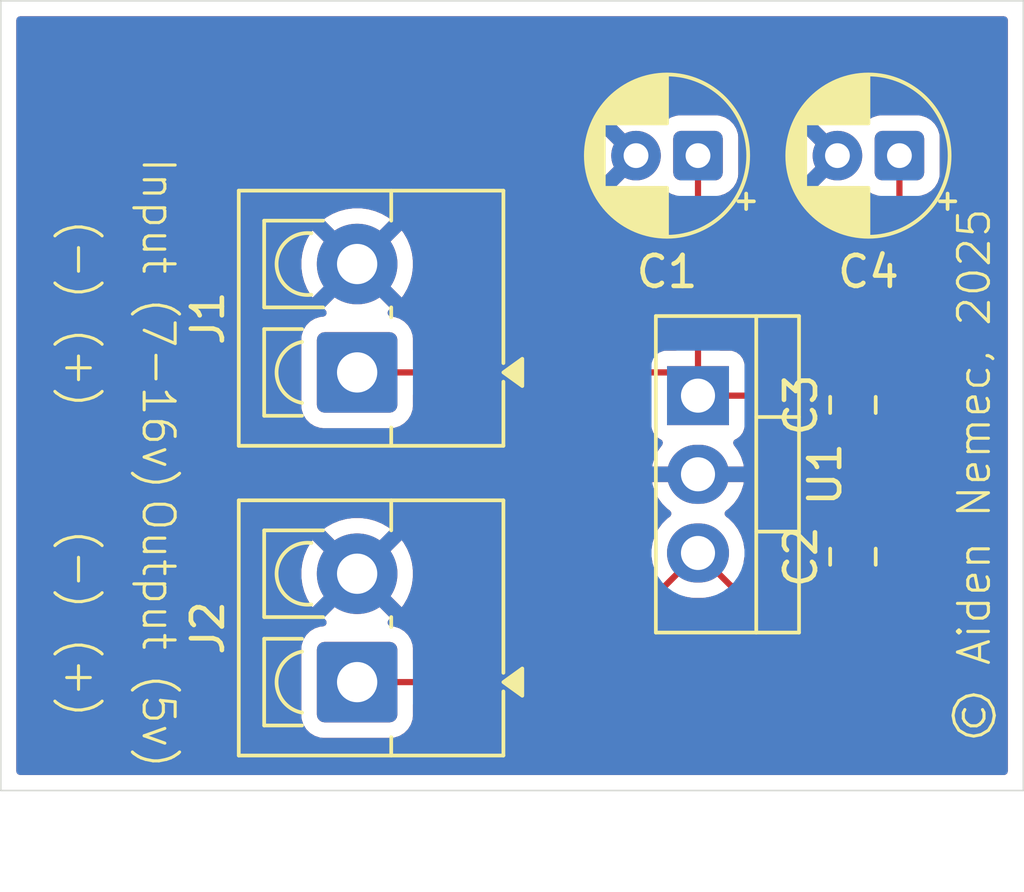
<source format=kicad_pcb>
(kicad_pcb (version 20241229) (generator "pcbnew") (generator_version "9.0")
  (layers (0 "F.Cu" signal) (2 "B.Cu" signal) (13 "F.Paste" user) (15 "B.Paste" user) (5 "F.SilkS" user "F.Silkscreen") (7 "B.SilkS" user "B.Silkscreen") (1 "F.Mask" user) (3 "B.Mask" user) (25 "Edge.Cuts" user))
  (net 0 "")
  (net 1 "GND")
  (net 2 "+12V")
  (net 3 "+5V")
  (footprint "Capacitor_SMD:C_0805_2012Metric" (layer "F.Cu") (at 40 58.95 90)
    (property "Reference" "C2" (at 0 -1.68 90) (layer "F.SilkS"))
    (property "Value" ".1 uF")
    (fp_line (start -0.261252 -0.735) (end 0.261252 -0.735) (stroke (width 0.12)) (layer "F.SilkS"))
    (fp_line (start -0.261252 0.735) (end 0.261252 0.735) (stroke (width 0.12)) (layer "F.SilkS"))
    (pad "1" smd roundrect (at -0.95 0 90) (size 1 1.45) (layers "F.Cu" "F.Mask" "F.Paste") (net 3 "+5V"))
    (pad "2" smd roundrect (at 0.95 0 90) (size 1 1.45) (layers "F.Cu" "F.Mask" "F.Paste") (net 1 "GND"))
  )
  (footprint "Capacitor_THT:CP_Radial_D5.0mm_P2.00mm" (layer "F.Cu") (at 41.5 46 180)
    (property "Reference" "C4" (at 1 -3.75 0) (layer "F.SilkS"))
    (property "Value" "47 uF")
    (fp_line (start 3.6 -0.283) (end 3.6 0.283) (stroke (width 0.12)) (layer "F.SilkS"))
    (fp_line (start 3.56 -0.517) (end 3.56 0.517) (stroke (width 0.12)) (layer "F.SilkS"))
    (fp_line (start 3.52 -0.677) (end 3.52 0.677) (stroke (width 0.12)) (layer "F.SilkS"))
    (fp_line (start 3.48 -0.805) (end 3.48 0.805) (stroke (width 0.12)) (layer "F.SilkS"))
    (fp_line (start 3.44 -0.914) (end 3.44 0.914) (stroke (width 0.12)) (layer "F.SilkS"))
    (fp_line (start 3.4 -1.011) (end 3.4 1.011) (stroke (width 0.12)) (layer "F.SilkS"))
    (fp_line (start 3.36 -1.098) (end 3.36 1.098) (stroke (width 0.12)) (layer "F.SilkS"))
    (fp_line (start 3.32 -1.177) (end 3.32 1.177) (stroke (width 0.12)) (layer "F.SilkS"))
    (fp_line (start 3.28 -1.251) (end 3.28 1.251) (stroke (width 0.12)) (layer "F.SilkS"))
    (fp_line (start 3.24 -1.319) (end 3.24 1.319) (stroke (width 0.12)) (layer "F.SilkS"))
    (fp_line (start 3.2 -1.383) (end 3.2 1.383) (stroke (width 0.12)) (layer "F.SilkS"))
    (fp_line (start 3.16 -1.443) (end 3.16 1.443) (stroke (width 0.12)) (layer "F.SilkS"))
    (fp_line (start 3.12 -1.499) (end 3.12 1.499) (stroke (width 0.12)) (layer "F.SilkS"))
    (fp_line (start 3.08 -1.553) (end 3.08 1.553) (stroke (width 0.12)) (layer "F.SilkS"))
    (fp_line (start 3.04 -1.604) (end 3.04 1.604) (stroke (width 0.12)) (layer "F.SilkS"))
    (fp_line (start 3 1.04) (end 3 1.652) (stroke (width 0.12)) (layer "F.SilkS"))
    (fp_line (start 3 -1.652) (end 3 -1.04) (stroke (width 0.12)) (layer "F.SilkS"))
    (fp_line (start 2.96 1.04) (end 2.96 1.699) (stroke (width 0.12)) (layer "F.SilkS"))
    (fp_line (start 2.96 -1.699) (end 2.96 -1.04) (stroke (width 0.12)) (layer "F.SilkS"))
    (fp_line (start 2.92 1.04) (end 2.92 1.743) (stroke (width 0.12)) (layer "F.SilkS"))
    (fp_line (start 2.92 -1.743) (end 2.92 -1.04) (stroke (width 0.12)) (layer "F.SilkS"))
    (fp_line (start 2.88 1.04) (end 2.88 1.785) (stroke (width 0.12)) (layer "F.SilkS"))
    (fp_line (start 2.88 -1.785) (end 2.88 -1.04) (stroke (width 0.12)) (layer "F.SilkS"))
    (fp_line (start 2.84 1.04) (end 2.84 1.825) (stroke (width 0.12)) (layer "F.SilkS"))
    (fp_line (start 2.84 -1.825) (end 2.84 -1.04) (stroke (width 0.12)) (layer "F.SilkS"))
    (fp_line (start 2.8 1.04) (end 2.8 1.864) (stroke (width 0.12)) (layer "F.SilkS"))
    (fp_line (start 2.8 -1.864) (end 2.8 -1.04) (stroke (width 0.12)) (layer "F.SilkS"))
    (fp_line (start 2.76 1.04) (end 2.76 1.901) (stroke (width 0.12)) (layer "F.SilkS"))
    (fp_line (start 2.76 -1.901) (end 2.76 -1.04) (stroke (width 0.12)) (layer "F.SilkS"))
    (fp_line (start 2.72 1.04) (end 2.72 1.936) (stroke (width 0.12)) (layer "F.SilkS"))
    (fp_line (start 2.72 -1.936) (end 2.72 -1.04) (stroke (width 0.12)) (layer "F.SilkS"))
    (fp_line (start 2.68 1.04) (end 2.68 1.97) (stroke (width 0.12)) (layer "F.SilkS"))
    (fp_line (start 2.68 -1.97) (end 2.68 -1.04) (stroke (width 0.12)) (layer "F.SilkS"))
    (fp_line (start 2.64 1.04) (end 2.64 2.003) (stroke (width 0.12)) (layer "F.SilkS"))
    (fp_line (start 2.64 -2.003) (end 2.64 -1.04) (stroke (width 0.12)) (layer "F.SilkS"))
    (fp_line (start 2.6 1.04) (end 2.6 2.035) (stroke (width 0.12)) (layer "F.SilkS"))
    (fp_line (start 2.6 -2.035) (end 2.6 -1.04) (stroke (width 0.12)) (layer "F.SilkS"))
    (fp_line (start 2.56 1.04) (end 2.56 2.065) (stroke (width 0.12)) (layer "F.SilkS"))
    (fp_line (start 2.56 -2.065) (end 2.56 -1.04) (stroke (width 0.12)) (layer "F.SilkS"))
    (fp_line (start 2.52 1.04) (end 2.52 2.094) (stroke (width 0.12)) (layer "F.SilkS"))
    (fp_line (start 2.52 -2.094) (end 2.52 -1.04) (stroke (width 0.12)) (layer "F.SilkS"))
    (fp_line (start 2.48 1.04) (end 2.48 2.122) (stroke (width 0.12)) (layer "F.SilkS"))
    (fp_line (start 2.48 -2.122) (end 2.48 -1.04) (stroke (width 0.12)) (layer "F.SilkS"))
    (fp_line (start 2.44 1.04) (end 2.44 2.149) (stroke (width 0.12)) (layer "F.SilkS"))
    (fp_line (start 2.44 -2.149) (end 2.44 -1.04) (stroke (width 0.12)) (layer "F.SilkS"))
    (fp_line (start 2.4 1.04) (end 2.4 2.175) (stroke (width 0.12)) (layer "F.SilkS"))
    (fp_line (start 2.4 -2.175) (end 2.4 -1.04) (stroke (width 0.12)) (layer "F.SilkS"))
    (fp_line (start 2.36 1.04) (end 2.36 2.199) (stroke (width 0.12)) (layer "F.SilkS"))
    (fp_line (start 2.36 -2.199) (end 2.36 -1.04) (stroke (width 0.12)) (layer "F.SilkS"))
    (fp_line (start 2.32 1.04) (end 2.32 2.223) (stroke (width 0.12)) (layer "F.SilkS"))
    (fp_line (start 2.32 -2.223) (end 2.32 -1.04) (stroke (width 0.12)) (layer "F.SilkS"))
    (fp_line (start 2.28 1.04) (end 2.28 2.246) (stroke (width 0.12)) (layer "F.SilkS"))
    (fp_line (start 2.28 -2.246) (end 2.28 -1.04) (stroke (width 0.12)) (layer "F.SilkS"))
    (fp_line (start 2.24 1.04) (end 2.24 2.268) (stroke (width 0.12)) (layer "F.SilkS"))
    (fp_line (start 2.24 -2.268) (end 2.24 -1.04) (stroke (width 0.12)) (layer "F.SilkS"))
    (fp_line (start 2.2 1.04) (end 2.2 2.289) (stroke (width 0.12)) (layer "F.SilkS"))
    (fp_line (start 2.2 -2.289) (end 2.2 -1.04) (stroke (width 0.12)) (layer "F.SilkS"))
    (fp_line (start 2.16 1.04) (end 2.16 2.309) (stroke (width 0.12)) (layer "F.SilkS"))
    (fp_line (start 2.16 -2.309) (end 2.16 -1.04) (stroke (width 0.12)) (layer "F.SilkS"))
    (fp_line (start 2.12 1.04) (end 2.12 2.329) (stroke (width 0.12)) (layer "F.SilkS"))
    (fp_line (start 2.12 -2.329) (end 2.12 -1.04) (stroke (width 0.12)) (layer "F.SilkS"))
    (fp_line (start 2.08 1.04) (end 2.08 2.347) (stroke (width 0.12)) (layer "F.SilkS"))
    (fp_line (start 2.08 -2.347) (end 2.08 -1.04) (stroke (width 0.12)) (layer "F.SilkS"))
    (fp_line (start 2.04 1.04) (end 2.04 2.365) (stroke (width 0.12)) (layer "F.SilkS"))
    (fp_line (start 2.04 -2.365) (end 2.04 -1.04) (stroke (width 0.12)) (layer "F.SilkS"))
    (fp_line (start 2 1.04) (end 2 2.382) (stroke (width 0.12)) (layer "F.SilkS"))
    (fp_line (start 2 -2.382) (end 2 -1.04) (stroke (width 0.12)) (layer "F.SilkS"))
    (fp_line (start 1.96 1.04) (end 1.96 2.398) (stroke (width 0.12)) (layer "F.SilkS"))
    (fp_line (start 1.96 -2.398) (end 1.96 -1.04) (stroke (width 0.12)) (layer "F.SilkS"))
    (fp_line (start 1.92 1.04) (end 1.92 2.413) (stroke (width 0.12)) (layer "F.SilkS"))
    (fp_line (start 1.92 -2.413) (end 1.92 -1.04) (stroke (width 0.12)) (layer "F.SilkS"))
    (fp_line (start 1.88 1.04) (end 1.88 2.428) (stroke (width 0.12)) (layer "F.SilkS"))
    (fp_line (start 1.88 -2.428) (end 1.88 -1.04) (stroke (width 0.12)) (layer "F.SilkS"))
    (fp_line (start 1.84 1.04) (end 1.84 2.442) (stroke (width 0.12)) (layer "F.SilkS"))
    (fp_line (start 1.84 -2.442) (end 1.84 -1.04) (stroke (width 0.12)) (layer "F.SilkS"))
    (fp_line (start 1.8 1.04) (end 1.8 2.455) (stroke (width 0.12)) (layer "F.SilkS"))
    (fp_line (start 1.8 -2.455) (end 1.8 -1.04) (stroke (width 0.12)) (layer "F.SilkS"))
    (fp_line (start 1.76 1.04) (end 1.76 2.467) (stroke (width 0.12)) (layer "F.SilkS"))
    (fp_line (start 1.76 -2.467) (end 1.76 -1.04) (stroke (width 0.12)) (layer "F.SilkS"))
    (fp_line (start 1.72 1.04) (end 1.72 2.479) (stroke (width 0.12)) (layer "F.SilkS"))
    (fp_line (start 1.72 -2.479) (end 1.72 -1.04) (stroke (width 0.12)) (layer "F.SilkS"))
    (fp_line (start 1.68 1.04) (end 1.68 2.49) (stroke (width 0.12)) (layer "F.SilkS"))
    (fp_line (start 1.68 -2.49) (end 1.68 -1.04) (stroke (width 0.12)) (layer "F.SilkS"))
    (fp_line (start 1.64 1.04) (end 1.64 2.501) (stroke (width 0.12)) (layer "F.SilkS"))
    (fp_line (start 1.64 -2.501) (end 1.64 -1.04) (stroke (width 0.12)) (layer "F.SilkS"))
    (fp_line (start 1.6 1.04) (end 1.6 2.51) (stroke (width 0.12)) (layer "F.SilkS"))
    (fp_line (start 1.6 -2.51) (end 1.6 -1.04) (stroke (width 0.12)) (layer "F.SilkS"))
    (fp_line (start 1.56 1.04) (end 1.56 2.519) (stroke (width 0.12)) (layer "F.SilkS"))
    (fp_line (start 1.56 -2.519) (end 1.56 -1.04) (stroke (width 0.12)) (layer "F.SilkS"))
    (fp_line (start 1.52 1.04) (end 1.52 2.528) (stroke (width 0.12)) (layer "F.SilkS"))
    (fp_line (start 1.52 -2.528) (end 1.52 -1.04) (stroke (width 0.12)) (layer "F.SilkS"))
    (fp_line (start 1.48 1.04) (end 1.48 2.536) (stroke (width 0.12)) (layer "F.SilkS"))
    (fp_line (start 1.48 -2.536) (end 1.48 -1.04) (stroke (width 0.12)) (layer "F.SilkS"))
    (fp_line (start 1.44 1.04) (end 1.44 2.543) (stroke (width 0.12)) (layer "F.SilkS"))
    (fp_line (start 1.44 -2.543) (end 1.44 -1.04) (stroke (width 0.12)) (layer "F.SilkS"))
    (fp_line (start 1.4 1.04) (end 1.4 2.549) (stroke (width 0.12)) (layer "F.SilkS"))
    (fp_line (start 1.4 -2.549) (end 1.4 -1.04) (stroke (width 0.12)) (layer "F.SilkS"))
    (fp_line (start 1.36 1.04) (end 1.36 2.555) (stroke (width 0.12)) (layer "F.SilkS"))
    (fp_line (start 1.36 -2.555) (end 1.36 -1.04) (stroke (width 0.12)) (layer "F.SilkS"))
    (fp_line (start 1.32 1.04) (end 1.32 2.56) (stroke (width 0.12)) (layer "F.SilkS"))
    (fp_line (start 1.32 -2.56) (end 1.32 -1.04) (stroke (width 0.12)) (layer "F.SilkS"))
    (fp_line (start 1.28 1.04) (end 1.28 2.565) (stroke (width 0.12)) (layer "F.SilkS"))
    (fp_line (start 1.28 -2.565) (end 1.28 -1.04) (stroke (width 0.12)) (layer "F.SilkS"))
    (fp_line (start 1.24 1.04) (end 1.24 2.569) (stroke (width 0.12)) (layer "F.SilkS"))
    (fp_line (start 1.24 -2.569) (end 1.24 -1.04) (stroke (width 0.12)) (layer "F.SilkS"))
    (fp_line (start 1.2 1.04) (end 1.2 2.572) (stroke (width 0.12)) (layer "F.SilkS"))
    (fp_line (start 1.2 -2.572) (end 1.2 -1.04) (stroke (width 0.12)) (layer "F.SilkS"))
    (fp_line (start 1.16 1.04) (end 1.16 2.575) (stroke (width 0.12)) (layer "F.SilkS"))
    (fp_line (start 1.16 -2.575) (end 1.16 -1.04) (stroke (width 0.12)) (layer "F.SilkS"))
    (fp_line (start 1.12 1.04) (end 1.12 2.577) (stroke (width 0.12)) (layer "F.SilkS"))
    (fp_line (start 1.12 -2.577) (end 1.12 -1.04) (stroke (width 0.12)) (layer "F.SilkS"))
    (fp_line (start 1.08 1.04) (end 1.08 2.579) (stroke (width 0.12)) (layer "F.SilkS"))
    (fp_line (start 1.08 -2.579) (end 1.08 -1.04) (stroke (width 0.12)) (layer "F.SilkS"))
    (fp_line (start 1.04 1.04) (end 1.04 2.58) (stroke (width 0.12)) (layer "F.SilkS"))
    (fp_line (start 1.04 -2.58) (end 1.04 -1.04) (stroke (width 0.12)) (layer "F.SilkS"))
    (fp_line (start 1 1.04) (end 1 2.58) (stroke (width 0.12)) (layer "F.SilkS"))
    (fp_line (start 1 -2.58) (end 1 -1.04) (stroke (width 0.12)) (layer "F.SilkS"))
    (fp_line (start -1.554775 -1.725) (end -1.554775 -1.225) (stroke (width 0.12)) (layer "F.SilkS"))
    (fp_line (start -1.804775 -1.475) (end -1.304775 -1.475) (stroke (width 0.12)) (layer "F.SilkS"))
    (fp_circle (center 1 0) (end 3.62 0) (stroke (width 0.12)) (fill no) (layer "F.SilkS"))
    (pad "1" thru_hole roundrect (at 0 0 180) (size 1.6 1.6) (drill 0.8) (layers "*.Cu" "*.Mask") (roundrect_rratio 0.15625) (net 3 "+5V"))
    (pad "2" thru_hole circle (at 2 0 180) (size 1.6 1.6) (drill 0.8) (layers "*.Cu" "*.Mask") (net 1 "GND"))
  )
  (footprint "TerminalBlock_4Ucon:TerminalBlock_4Ucon_1x02_P3.50mm_Vertical" (layer "F.Cu") (at 24 53 90)
    (property "Reference" "J1" (at 1.75 -4.82 90) (layer "F.SilkS"))
    (property "Value" "Screw_Terminal_01x02")
    (fp_line (start 5.87 -3.82) (end 5.87 4.72) (stroke (width 0.12)) (layer "F.SilkS"))
    (fp_line (start -2.37 -3.82) (end 5.87 -3.82) (stroke (width 0.12)) (layer "F.SilkS"))
    (fp_line (start 4.9 -3) (end 4.9 -1.099) (stroke (width 0.12)) (layer "F.SilkS"))
    (fp_line (start 2.1 -3) (end 4.9 -3) (stroke (width 0.12)) (layer "F.SilkS"))
    (fp_line (start 1.4 -3) (end 1.4 -1.78) (stroke (width 0.12)) (layer "F.SilkS"))
    (fp_line (start -1.4 -3) (end 1.4 -3) (stroke (width 0.12)) (layer "F.SilkS"))
    (fp_line (start -1.4 -1.78) (end -1.4 -3) (stroke (width 0.12)) (layer "F.SilkS"))
    (fp_line (start 2.1 -1.099) (end 2.1 -3) (stroke (width 0.12)) (layer "F.SilkS"))
    (fp_line (start 4.899 1.1) (end 5.87 1.1) (stroke (width 0.12)) (layer "F.SilkS"))
    (fp_line (start 1.78 1.1) (end 2.101 1.1) (stroke (width 0.12)) (layer "F.SilkS"))
    (fp_line (start -2.37 1.1) (end -1.78 1.1) (stroke (width 0.12)) (layer "F.SilkS"))
    (fp_line (start 5.87 4.72) (end 0.3 4.72) (stroke (width 0.12)) (layer "F.SilkS"))
    (fp_line (start -0.3 4.72) (end -2.37 4.72) (stroke (width 0.12)) (layer "F.SilkS"))
    (fp_line (start -2.37 4.72) (end -2.37 -3.82) (stroke (width 0.12)) (layer "F.SilkS"))
    (fp_arc (start -0.984 -1.78) (mid 0 -2.6) (end 0.984 -1.78) (stroke (width 0.12)) (layer "F.SilkS"))
    (fp_arc (start 2.508 -1.478) (mid 3.5 -2.6) (end 4.492 -1.478) (stroke (width 0.12)) (layer "F.SilkS"))
    (fp_poly (pts (xy 0 4.72) (xy 0.44 5.33) (xy -0.44 5.33)) (stroke (width 0.12)) (fill yes) (layer "F.SilkS"))
    (pad "1" thru_hole roundrect (at 0 0 90) (size 2.6 2.6) (drill 1.3) (layers "*.Cu" "*.Mask") (roundrect_rratio 0.096154) (net 2 "+12V"))
    (pad "2" thru_hole circle (at 3.5 0 90) (size 2.6 2.6) (drill 1.3) (layers "*.Cu" "*.Mask") (net 1 "GND"))
  )
  (footprint "Package_TO_SOT_THT:TO-220-3_Vertical" (layer "F.Cu") (at 35 53.75 -90)
    (property "Reference" "U1" (at 2.54 -4.1 90) (layer "F.SilkS"))
    (property "Value" "LM7805_TO220")
    (fp_line (start -2.57 1.36) (end -2.57 -3.26) (stroke (width 0.12)) (layer "F.SilkS"))
    (fp_line (start 7.65 1.36) (end -2.57 1.36) (stroke (width 0.12)) (layer "F.SilkS"))
    (fp_line (start -2.57 -1.88) (end 7.65 -1.88) (stroke (width 0.12)) (layer "F.SilkS"))
    (fp_line (start -2.57 -3.26) (end 7.65 -3.26) (stroke (width 0.12)) (layer "F.SilkS"))
    (fp_line (start 0.69 -3.26) (end 0.69 -1.88) (stroke (width 0.12)) (layer "F.SilkS"))
    (fp_line (start 4.39 -3.26) (end 4.39 -1.88) (stroke (width 0.12)) (layer "F.SilkS"))
    (fp_line (start 7.65 -3.26) (end 7.65 1.36) (stroke (width 0.12)) (layer "F.SilkS"))
    (pad "1" thru_hole rect (at 0 0 270) (size 1.905 2) (drill 1.1) (layers "*.Cu" "*.Mask") (net 2 "+12V"))
    (pad "2" thru_hole oval (at 2.54 0 270) (size 1.905 2) (drill 1.1) (layers "*.Cu" "*.Mask") (net 1 "GND"))
    (pad "3" thru_hole oval (at 5.08 0 270) (size 1.905 2) (drill 1.1) (layers "*.Cu" "*.Mask") (net 3 "+5V"))
  )
  (footprint "TerminalBlock_4Ucon:TerminalBlock_4Ucon_1x02_P3.50mm_Vertical" (layer "F.Cu") (at 24 63 90)
    (property "Reference" "J2" (at 1.75 -4.82 90) (layer "F.SilkS"))
    (property "Value" "Screw_Terminal_01x02")
    (fp_line (start 5.87 -3.82) (end 5.87 4.72) (stroke (width 0.12)) (layer "F.SilkS"))
    (fp_line (start -2.37 -3.82) (end 5.87 -3.82) (stroke (width 0.12)) (layer "F.SilkS"))
    (fp_line (start 4.9 -3) (end 4.9 -1.099) (stroke (width 0.12)) (layer "F.SilkS"))
    (fp_line (start 2.1 -3) (end 4.9 -3) (stroke (width 0.12)) (layer "F.SilkS"))
    (fp_line (start 1.4 -3) (end 1.4 -1.78) (stroke (width 0.12)) (layer "F.SilkS"))
    (fp_line (start -1.4 -3) (end 1.4 -3) (stroke (width 0.12)) (layer "F.SilkS"))
    (fp_line (start -1.4 -1.78) (end -1.4 -3) (stroke (width 0.12)) (layer "F.SilkS"))
    (fp_line (start 2.1 -1.099) (end 2.1 -3) (stroke (width 0.12)) (layer "F.SilkS"))
    (fp_line (start 4.899 1.1) (end 5.87 1.1) (stroke (width 0.12)) (layer "F.SilkS"))
    (fp_line (start 1.78 1.1) (end 2.101 1.1) (stroke (width 0.12)) (layer "F.SilkS"))
    (fp_line (start -2.37 1.1) (end -1.78 1.1) (stroke (width 0.12)) (layer "F.SilkS"))
    (fp_line (start 5.87 4.72) (end 0.3 4.72) (stroke (width 0.12)) (layer "F.SilkS"))
    (fp_line (start -0.3 4.72) (end -2.37 4.72) (stroke (width 0.12)) (layer "F.SilkS"))
    (fp_line (start -2.37 4.72) (end -2.37 -3.82) (stroke (width 0.12)) (layer "F.SilkS"))
    (fp_arc (start -0.984 -1.78) (mid 0 -2.6) (end 0.984 -1.78) (stroke (width 0.12)) (layer "F.SilkS"))
    (fp_arc (start 2.508 -1.478) (mid 3.5 -2.6) (end 4.492 -1.478) (stroke (width 0.12)) (layer "F.SilkS"))
    (fp_poly (pts (xy 0 4.72) (xy 0.44 5.33) (xy -0.44 5.33)) (stroke (width 0.12)) (fill yes) (layer "F.SilkS"))
    (pad "1" thru_hole roundrect (at 0 0 90) (size 2.6 2.6) (drill 1.3) (layers "*.Cu" "*.Mask") (roundrect_rratio 0.096154) (net 3 "+5V"))
    (pad "2" thru_hole circle (at 3.5 0 90) (size 2.6 2.6) (drill 1.3) (layers "*.Cu" "*.Mask") (net 1 "GND"))
  )
  (footprint "Capacitor_SMD:C_0805_2012Metric" (layer "F.Cu") (at 40 54.05 90)
    (property "Reference" "C3" (at 0 -1.68 90) (layer "F.SilkS"))
    (property "Value" ".1 uF")
    (fp_line (start -0.261252 -0.735) (end 0.261252 -0.735) (stroke (width 0.12)) (layer "F.SilkS"))
    (fp_line (start -0.261252 0.735) (end 0.261252 0.735) (stroke (width 0.12)) (layer "F.SilkS"))
    (pad "1" smd roundrect (at -0.95 0 90) (size 1 1.45) (layers "F.Cu" "F.Mask" "F.Paste") (net 1 "GND"))
    (pad "2" smd roundrect (at 0.95 0 90) (size 1 1.45) (layers "F.Cu" "F.Mask" "F.Paste") (net 2 "+12V"))
  )
  (footprint "Capacitor_THT:CP_Radial_D5.0mm_P2.00mm" (layer "F.Cu") (at 35 46 180)
    (property "Reference" "C1" (at 1 -3.75 180) (layer "F.SilkS"))
    (property "Value" "47 uF")
    (fp_line (start 3.6 -0.283) (end 3.6 0.283) (stroke (width 0.12)) (layer "F.SilkS"))
    (fp_line (start 3.56 -0.517) (end 3.56 0.517) (stroke (width 0.12)) (layer "F.SilkS"))
    (fp_line (start 3.52 -0.677) (end 3.52 0.677) (stroke (width 0.12)) (layer "F.SilkS"))
    (fp_line (start 3.48 -0.805) (end 3.48 0.805) (stroke (width 0.12)) (layer "F.SilkS"))
    (fp_line (start 3.44 -0.914) (end 3.44 0.914) (stroke (width 0.12)) (layer "F.SilkS"))
    (fp_line (start 3.4 -1.011) (end 3.4 1.011) (stroke (width 0.12)) (layer "F.SilkS"))
    (fp_line (start 3.36 -1.098) (end 3.36 1.098) (stroke (width 0.12)) (layer "F.SilkS"))
    (fp_line (start 3.32 -1.177) (end 3.32 1.177) (stroke (width 0.12)) (layer "F.SilkS"))
    (fp_line (start 3.28 -1.251) (end 3.28 1.251) (stroke (width 0.12)) (layer "F.SilkS"))
    (fp_line (start 3.24 -1.319) (end 3.24 1.319) (stroke (width 0.12)) (layer "F.SilkS"))
    (fp_line (start 3.2 -1.383) (end 3.2 1.383) (stroke (width 0.12)) (layer "F.SilkS"))
    (fp_line (start 3.16 -1.443) (end 3.16 1.443) (stroke (width 0.12)) (layer "F.SilkS"))
    (fp_line (start 3.12 -1.499) (end 3.12 1.499) (stroke (width 0.12)) (layer "F.SilkS"))
    (fp_line (start 3.08 -1.553) (end 3.08 1.553) (stroke (width 0.12)) (layer "F.SilkS"))
    (fp_line (start 3.04 -1.604) (end 3.04 1.604) (stroke (width 0.12)) (layer "F.SilkS"))
    (fp_line (start 3 1.04) (end 3 1.652) (stroke (width 0.12)) (layer "F.SilkS"))
    (fp_line (start 3 -1.652) (end 3 -1.04) (stroke (width 0.12)) (layer "F.SilkS"))
    (fp_line (start 2.96 1.04) (end 2.96 1.699) (stroke (width 0.12)) (layer "F.SilkS"))
    (fp_line (start 2.96 -1.699) (end 2.96 -1.04) (stroke (width 0.12)) (layer "F.SilkS"))
    (fp_line (start 2.92 1.04) (end 2.92 1.743) (stroke (width 0.12)) (layer "F.SilkS"))
    (fp_line (start 2.92 -1.743) (end 2.92 -1.04) (stroke (width 0.12)) (layer "F.SilkS"))
    (fp_line (start 2.88 1.04) (end 2.88 1.785) (stroke (width 0.12)) (layer "F.SilkS"))
    (fp_line (start 2.88 -1.785) (end 2.88 -1.04) (stroke (width 0.12)) (layer "F.SilkS"))
    (fp_line (start 2.84 1.04) (end 2.84 1.825) (stroke (width 0.12)) (layer "F.SilkS"))
    (fp_line (start 2.84 -1.825) (end 2.84 -1.04) (stroke (width 0.12)) (layer "F.SilkS"))
    (fp_line (start 2.8 1.04) (end 2.8 1.864) (stroke (width 0.12)) (layer "F.SilkS"))
    (fp_line (start 2.8 -1.864) (end 2.8 -1.04) (stroke (width 0.12)) (layer "F.SilkS"))
    (fp_line (start 2.76 1.04) (end 2.76 1.901) (stroke (width 0.12)) (layer "F.SilkS"))
    (fp_line (start 2.76 -1.901) (end 2.76 -1.04) (stroke (width 0.12)) (layer "F.SilkS"))
    (fp_line (start 2.72 1.04) (end 2.72 1.936) (stroke (width 0.12)) (layer "F.SilkS"))
    (fp_line (start 2.72 -1.936) (end 2.72 -1.04) (stroke (width 0.12)) (layer "F.SilkS"))
    (fp_line (start 2.68 1.04) (end 2.68 1.97) (stroke (width 0.12)) (layer "F.SilkS"))
    (fp_line (start 2.68 -1.97) (end 2.68 -1.04) (stroke (width 0.12)) (layer "F.SilkS"))
    (fp_line (start 2.64 1.04) (end 2.64 2.003) (stroke (width 0.12)) (layer "F.SilkS"))
    (fp_line (start 2.64 -2.003) (end 2.64 -1.04) (stroke (width 0.12)) (layer "F.SilkS"))
    (fp_line (start 2.6 1.04) (end 2.6 2.035) (stroke (width 0.12)) (layer "F.SilkS"))
    (fp_line (start 2.6 -2.035) (end 2.6 -1.04) (stroke (width 0.12)) (layer "F.SilkS"))
    (fp_line (start 2.56 1.04) (end 2.56 2.065) (stroke (width 0.12)) (layer "F.SilkS"))
    (fp_line (start 2.56 -2.065) (end 2.56 -1.04) (stroke (width 0.12)) (layer "F.SilkS"))
    (fp_line (start 2.52 1.04) (end 2.52 2.094) (stroke (width 0.12)) (layer "F.SilkS"))
    (fp_line (start 2.52 -2.094) (end 2.52 -1.04) (stroke (width 0.12)) (layer "F.SilkS"))
    (fp_line (start 2.48 1.04) (end 2.48 2.122) (stroke (width 0.12)) (layer "F.SilkS"))
    (fp_line (start 2.48 -2.122) (end 2.48 -1.04) (stroke (width 0.12)) (layer "F.SilkS"))
    (fp_line (start 2.44 1.04) (end 2.44 2.149) (stroke (width 0.12)) (layer "F.SilkS"))
    (fp_line (start 2.44 -2.149) (end 2.44 -1.04) (stroke (width 0.12)) (layer "F.SilkS"))
    (fp_line (start 2.4 1.04) (end 2.4 2.175) (stroke (width 0.12)) (layer "F.SilkS"))
    (fp_line (start 2.4 -2.175) (end 2.4 -1.04) (stroke (width 0.12)) (layer "F.SilkS"))
    (fp_line (start 2.36 1.04) (end 2.36 2.199) (stroke (width 0.12)) (layer "F.SilkS"))
    (fp_line (start 2.36 -2.199) (end 2.36 -1.04) (stroke (width 0.12)) (layer "F.SilkS"))
    (fp_line (start 2.32 1.04) (end 2.32 2.223) (stroke (width 0.12)) (layer "F.SilkS"))
    (fp_line (start 2.32 -2.223) (end 2.32 -1.04) (stroke (width 0.12)) (layer "F.SilkS"))
    (fp_line (start 2.28 1.04) (end 2.28 2.246) (stroke (width 0.12)) (layer "F.SilkS"))
    (fp_line (start 2.28 -2.246) (end 2.28 -1.04) (stroke (width 0.12)) (layer "F.SilkS"))
    (fp_line (start 2.24 1.04) (end 2.24 2.268) (stroke (width 0.12)) (layer "F.SilkS"))
    (fp_line (start 2.24 -2.268) (end 2.24 -1.04) (stroke (width 0.12)) (layer "F.SilkS"))
    (fp_line (start 2.2 1.04) (end 2.2 2.289) (stroke (width 0.12)) (layer "F.SilkS"))
    (fp_line (start 2.2 -2.289) (end 2.2 -1.04) (stroke (width 0.12)) (layer "F.SilkS"))
    (fp_line (start 2.16 1.04) (end 2.16 2.309) (stroke (width 0.12)) (layer "F.SilkS"))
    (fp_line (start 2.16 -2.309) (end 2.16 -1.04) (stroke (width 0.12)) (layer "F.SilkS"))
    (fp_line (start 2.12 1.04) (end 2.12 2.329) (stroke (width 0.12)) (layer "F.SilkS"))
    (fp_line (start 2.12 -2.329) (end 2.12 -1.04) (stroke (width 0.12)) (layer "F.SilkS"))
    (fp_line (start 2.08 1.04) (end 2.08 2.347) (stroke (width 0.12)) (layer "F.SilkS"))
    (fp_line (start 2.08 -2.347) (end 2.08 -1.04) (stroke (width 0.12)) (layer "F.SilkS"))
    (fp_line (start 2.04 1.04) (end 2.04 2.365) (stroke (width 0.12)) (layer "F.SilkS"))
    (fp_line (start 2.04 -2.365) (end 2.04 -1.04) (stroke (width 0.12)) (layer "F.SilkS"))
    (fp_line (start 2 1.04) (end 2 2.382) (stroke (width 0.12)) (layer "F.SilkS"))
    (fp_line (start 2 -2.382) (end 2 -1.04) (stroke (width 0.12)) (layer "F.SilkS"))
    (fp_line (start 1.96 1.04) (end 1.96 2.398) (stroke (width 0.12)) (layer "F.SilkS"))
    (fp_line (start 1.96 -2.398) (end 1.96 -1.04) (stroke (width 0.12)) (layer "F.SilkS"))
    (fp_line (start 1.92 1.04) (end 1.92 2.413) (stroke (width 0.12)) (layer "F.SilkS"))
    (fp_line (start 1.92 -2.413) (end 1.92 -1.04) (stroke (width 0.12)) (layer "F.SilkS"))
    (fp_line (start 1.88 1.04) (end 1.88 2.428) (stroke (width 0.12)) (layer "F.SilkS"))
    (fp_line (start 1.88 -2.428) (end 1.88 -1.04) (stroke (width 0.12)) (layer "F.SilkS"))
    (fp_line (start 1.84 1.04) (end 1.84 2.442) (stroke (width 0.12)) (layer "F.SilkS"))
    (fp_line (start 1.84 -2.442) (end 1.84 -1.04) (stroke (width 0.12)) (layer "F.SilkS"))
    (fp_line (start 1.8 1.04) (end 1.8 2.455) (stroke (width 0.12)) (layer "F.SilkS"))
    (fp_line (start 1.8 -2.455) (end 1.8 -1.04) (stroke (width 0.12)) (layer "F.SilkS"))
    (fp_line (start 1.76 1.04) (end 1.76 2.467) (stroke (width 0.12)) (layer "F.SilkS"))
    (fp_line (start 1.76 -2.467) (end 1.76 -1.04) (stroke (width 0.12)) (layer "F.SilkS"))
    (fp_line (start 1.72 1.04) (end 1.72 2.479) (stroke (width 0.12)) (layer "F.SilkS"))
    (fp_line (start 1.72 -2.479) (end 1.72 -1.04) (stroke (width 0.12)) (layer "F.SilkS"))
    (fp_line (start 1.68 1.04) (end 1.68 2.49) (stroke (width 0.12)) (layer "F.SilkS"))
    (fp_line (start 1.68 -2.49) (end 1.68 -1.04) (stroke (width 0.12)) (layer "F.SilkS"))
    (fp_line (start 1.64 1.04) (end 1.64 2.501) (stroke (width 0.12)) (layer "F.SilkS"))
    (fp_line (start 1.64 -2.501) (end 1.64 -1.04) (stroke (width 0.12)) (layer "F.SilkS"))
    (fp_line (start 1.6 1.04) (end 1.6 2.51) (stroke (width 0.12)) (layer "F.SilkS"))
    (fp_line (start 1.6 -2.51) (end 1.6 -1.04) (stroke (width 0.12)) (layer "F.SilkS"))
    (fp_line (start 1.56 1.04) (end 1.56 2.519) (stroke (width 0.12)) (layer "F.SilkS"))
    (fp_line (start 1.56 -2.519) (end 1.56 -1.04) (stroke (width 0.12)) (layer "F.SilkS"))
    (fp_line (start 1.52 1.04) (end 1.52 2.528) (stroke (width 0.12)) (layer "F.SilkS"))
    (fp_line (start 1.52 -2.528) (end 1.52 -1.04) (stroke (width 0.12)) (layer "F.SilkS"))
    (fp_line (start 1.48 1.04) (end 1.48 2.536) (stroke (width 0.12)) (layer "F.SilkS"))
    (fp_line (start 1.48 -2.536) (end 1.48 -1.04) (stroke (width 0.12)) (layer "F.SilkS"))
    (fp_line (start 1.44 1.04) (end 1.44 2.543) (stroke (width 0.12)) (layer "F.SilkS"))
    (fp_line (start 1.44 -2.543) (end 1.44 -1.04) (stroke (width 0.12)) (layer "F.SilkS"))
    (fp_line (start 1.4 1.04) (end 1.4 2.549) (stroke (width 0.12)) (layer "F.SilkS"))
    (fp_line (start 1.4 -2.549) (end 1.4 -1.04) (stroke (width 0.12)) (layer "F.SilkS"))
    (fp_line (start 1.36 1.04) (end 1.36 2.555) (stroke (width 0.12)) (layer "F.SilkS"))
    (fp_line (start 1.36 -2.555) (end 1.36 -1.04) (stroke (width 0.12)) (layer "F.SilkS"))
    (fp_line (start 1.32 1.04) (end 1.32 2.56) (stroke (width 0.12)) (layer "F.SilkS"))
    (fp_line (start 1.32 -2.56) (end 1.32 -1.04) (stroke (width 0.12)) (layer "F.SilkS"))
    (fp_line (start 1.28 1.04) (end 1.28 2.565) (stroke (width 0.12)) (layer "F.SilkS"))
    (fp_line (start 1.28 -2.565) (end 1.28 -1.04) (stroke (width 0.12)) (layer "F.SilkS"))
    (fp_line (start 1.24 1.04) (end 1.24 2.569) (stroke (width 0.12)) (layer "F.SilkS"))
    (fp_line (start 1.24 -2.569) (end 1.24 -1.04) (stroke (width 0.12)) (layer "F.SilkS"))
    (fp_line (start 1.2 1.04) (end 1.2 2.572) (stroke (width 0.12)) (layer "F.SilkS"))
    (fp_line (start 1.2 -2.572) (end 1.2 -1.04) (stroke (width 0.12)) (layer "F.SilkS"))
    (fp_line (start 1.16 1.04) (end 1.16 2.575) (stroke (width 0.12)) (layer "F.SilkS"))
    (fp_line (start 1.16 -2.575) (end 1.16 -1.04) (stroke (width 0.12)) (layer "F.SilkS"))
    (fp_line (start 1.12 1.04) (end 1.12 2.577) (stroke (width 0.12)) (layer "F.SilkS"))
    (fp_line (start 1.12 -2.577) (end 1.12 -1.04) (stroke (width 0.12)) (layer "F.SilkS"))
    (fp_line (start 1.08 1.04) (end 1.08 2.579) (stroke (width 0.12)) (layer "F.SilkS"))
    (fp_line (start 1.08 -2.579) (end 1.08 -1.04) (stroke (width 0.12)) (layer "F.SilkS"))
    (fp_line (start 1.04 1.04) (end 1.04 2.58) (stroke (width 0.12)) (layer "F.SilkS"))
    (fp_line (start 1.04 -2.58) (end 1.04 -1.04) (stroke (width 0.12)) (layer "F.SilkS"))
    (fp_line (start 1 1.04) (end 1 2.58) (stroke (width 0.12)) (layer "F.SilkS"))
    (fp_line (start 1 -2.58) (end 1 -1.04) (stroke (width 0.12)) (layer "F.SilkS"))
    (fp_line (start -1.554775 -1.725) (end -1.554775 -1.225) (stroke (width 0.12)) (layer "F.SilkS"))
    (fp_line (start -1.804775 -1.475) (end -1.304775 -1.475) (stroke (width 0.12)) (layer "F.SilkS"))
    (fp_circle (center 1 0) (end 3.62 0) (stroke (width 0.12)) (fill no) (layer "F.SilkS"))
    (pad "1" thru_hole roundrect (at 0 0 180) (size 1.6 1.6) (drill 0.8) (layers "*.Cu" "*.Mask") (roundrect_rratio 0.15625) (net 2 "+12V"))
    (pad "2" thru_hole circle (at 2 0 180) (size 1.6 1.6) (drill 0.8) (layers "*.Cu" "*.Mask") (net 1 "GND"))
  )
  (gr_rect (start 12.5 41) (end 45.5 66.5) (stroke (width 0.05)) (fill no) (layer "Edge.Cuts"))
  (gr_text "Input (7-16v)" (at 17 46 270) (layer "F.SilkS") (effects (font (size 1 1) (thickness 0.1)) (justify left bottom)))
  (gr_text "(-)\n" (at 14.5 58 270) (layer "F.SilkS") (effects (font (size 1 1) (thickness 0.1)) (justify left bottom)))
  (gr_text "(-)" (at 14.5 48 270) (layer "F.SilkS") (effects (font (size 1 1) (thickness 0.1)) (justify left bottom)))
  (gr_text "Output (5v)" (at 17 57 270) (layer "F.SilkS") (effects (font (size 1 1) (thickness 0.1)) (justify left bottom)))
  (gr_text "© Aiden Nemec, 2025" (at 44.5 65 90) (layer "F.SilkS") (effects (font (size 1 1) (thickness 0.1)) (justify left bottom)))
  (gr_text "(+)\n" (at 14.5 61.5 270) (layer "F.SilkS") (effects (font (size 1 1) (thickness 0.1)) (justify left bottom)))
  (gr_text "(+)\n" (at 14.5 51.5 270) (layer "F.SilkS") (effects (font (size 1 1) (thickness 0.1)) (justify left bottom)))
  (segment (start 39.35 53.75) (end 40 53.1) (width 0.2) (layer "F.Cu") (net 2))
  (segment (start 35 46) (end 35 53.75) (width 0.2) (layer "F.Cu") (net 2))
  (segment (start 35 53.75) (end 39.35 53.75) (width 0.2) (layer "F.Cu") (net 2))
  (segment (start 24 53) (end 34.25 53) (width 0.2) (layer "F.Cu") (net 2))
  (segment (start 34.25 53) (end 35 53.75) (width 0.2) (layer "F.Cu") (net 2))
  (segment (start 41.5 46) (end 41.5 58.4) (width 0.2) (layer "F.Cu") (net 3))
  (segment (start 36.07 59.9) (end 35 58.83) (width 0.2) (layer "F.Cu") (net 3))
  (segment (start 30.83 63) (end 35 58.83) (width 0.2) (layer "F.Cu") (net 3))
  (segment (start 40 59.9) (end 36.07 59.9) (width 0.2) (layer "F.Cu") (net 3))
  (segment (start 24 63) (end 30.83 63) (width 0.2) (layer "F.Cu") (net 3))
  (segment (start 41.5 58.4) (end 40 59.9) (width 0.2) (layer "F.Cu") (net 3))
  (zone (net 1) (net_name "GND") (layers "F.Cu" "B.Cu") (connect_pads (clearance 0.5)) (min_thickness 0.25) (fill yes (thermal_gap 0.5) (thermal_bridge_width 0.5))
    (polygon (pts (xy 12.5 41) (xy 12.5 66.5) (xy 45.5 66.5) (xy 45.5 41)))
  )
)
</source>
